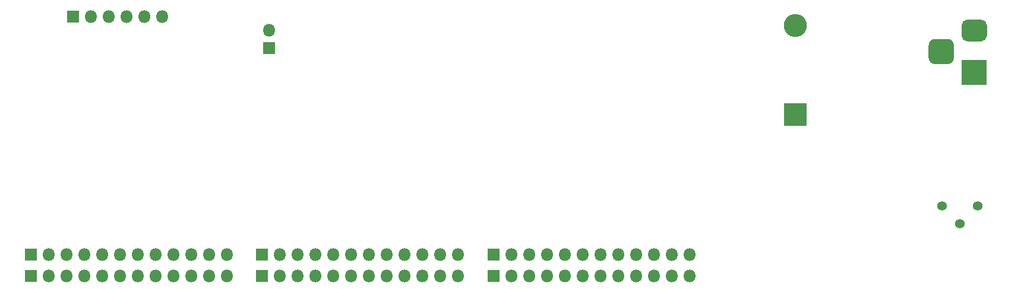
<source format=gbr>
%TF.GenerationSoftware,KiCad,Pcbnew,(5.1.5-131-g305ed0b65)-1*%
%TF.CreationDate,2020-05-02T00:07:12+08:00*%
%TF.ProjectId,NixieController,4e697869-6543-46f6-9e74-726f6c6c6572,rev?*%
%TF.SameCoordinates,Original*%
%TF.FileFunction,Soldermask,Bot*%
%TF.FilePolarity,Negative*%
%FSLAX46Y46*%
G04 Gerber Fmt 4.6, Leading zero omitted, Abs format (unit mm)*
G04 Created by KiCad (PCBNEW (5.1.5-131-g305ed0b65)-1) date 2020-05-02 00:07:12*
%MOMM*%
%LPD*%
G01*
G04 APERTURE LIST*
%ADD10O,1.800000X1.800000*%
%ADD11R,1.800000X1.800000*%
%ADD12R,3.600000X3.600000*%
%ADD13C,1.360000*%
%ADD14R,3.300000X3.300000*%
%ADD15O,3.300000X3.300000*%
G04 APERTURE END LIST*
D10*
%TO.C,J2*%
X96940000Y-111000000D03*
X94400000Y-111000000D03*
X91860000Y-111000000D03*
X89320000Y-111000000D03*
X86780000Y-111000000D03*
X84240000Y-111000000D03*
X81700000Y-111000000D03*
X79160000Y-111000000D03*
X76620000Y-111000000D03*
X74080000Y-111000000D03*
X71540000Y-111000000D03*
D11*
X69000000Y-111000000D03*
%TD*%
D12*
%TO.C,J7*%
X203500000Y-85000000D03*
G36*
G01*
X202475000Y-77450000D02*
X204525000Y-77450000D01*
G75*
G02*
X205300000Y-78225000I0J-775000D01*
G01*
X205300000Y-79775000D01*
G75*
G02*
X204525000Y-80550000I-775000J0D01*
G01*
X202475000Y-80550000D01*
G75*
G02*
X201700000Y-79775000I0J775000D01*
G01*
X201700000Y-78225000D01*
G75*
G02*
X202475000Y-77450000I775000J0D01*
G01*
G37*
G36*
G01*
X197900000Y-80200000D02*
X199700000Y-80200000D01*
G75*
G02*
X200600000Y-81100000I0J-900000D01*
G01*
X200600000Y-82900000D01*
G75*
G02*
X199700000Y-83800000I-900000J0D01*
G01*
X197900000Y-83800000D01*
G75*
G02*
X197000000Y-82900000I0J900000D01*
G01*
X197000000Y-81100000D01*
G75*
G02*
X197900000Y-80200000I900000J0D01*
G01*
G37*
%TD*%
D13*
%TO.C,RV1*%
X198920000Y-104000000D03*
X201460000Y-106540000D03*
X204000000Y-104000000D03*
%TD*%
D14*
%TO.C,D1*%
X178000000Y-91000000D03*
D15*
X178000000Y-78300000D03*
%TD*%
D11*
%TO.C,J1*%
X69000000Y-114000000D03*
D10*
X71540000Y-114000000D03*
X74080000Y-114000000D03*
X76620000Y-114000000D03*
X79160000Y-114000000D03*
X81700000Y-114000000D03*
X84240000Y-114000000D03*
X86780000Y-114000000D03*
X89320000Y-114000000D03*
X91860000Y-114000000D03*
X94400000Y-114000000D03*
X96940000Y-114000000D03*
%TD*%
%TO.C,J3*%
X129940000Y-114000000D03*
X127400000Y-114000000D03*
X124860000Y-114000000D03*
X122320000Y-114000000D03*
X119780000Y-114000000D03*
X117240000Y-114000000D03*
X114700000Y-114000000D03*
X112160000Y-114000000D03*
X109620000Y-114000000D03*
X107080000Y-114000000D03*
X104540000Y-114000000D03*
D11*
X102000000Y-114000000D03*
%TD*%
%TO.C,J4*%
X102000000Y-111000000D03*
D10*
X104540000Y-111000000D03*
X107080000Y-111000000D03*
X109620000Y-111000000D03*
X112160000Y-111000000D03*
X114700000Y-111000000D03*
X117240000Y-111000000D03*
X119780000Y-111000000D03*
X122320000Y-111000000D03*
X124860000Y-111000000D03*
X127400000Y-111000000D03*
X129940000Y-111000000D03*
%TD*%
D11*
%TO.C,J5*%
X135000000Y-114000000D03*
D10*
X137540000Y-114000000D03*
X140080000Y-114000000D03*
X142620000Y-114000000D03*
X145160000Y-114000000D03*
X147700000Y-114000000D03*
X150240000Y-114000000D03*
X152780000Y-114000000D03*
X155320000Y-114000000D03*
X157860000Y-114000000D03*
X160400000Y-114000000D03*
X162940000Y-114000000D03*
%TD*%
D11*
%TO.C,J6*%
X135000000Y-111000000D03*
D10*
X137540000Y-111000000D03*
X140080000Y-111000000D03*
X142620000Y-111000000D03*
X145160000Y-111000000D03*
X147700000Y-111000000D03*
X150240000Y-111000000D03*
X152780000Y-111000000D03*
X155320000Y-111000000D03*
X157860000Y-111000000D03*
X160400000Y-111000000D03*
X162940000Y-111000000D03*
%TD*%
%TO.C,J8*%
X103000000Y-79000000D03*
D11*
X103000000Y-81540000D03*
%TD*%
%TO.C,J9*%
X75000000Y-77000000D03*
D10*
X77540000Y-77000000D03*
X80080000Y-77000000D03*
X82620000Y-77000000D03*
X85160000Y-77000000D03*
X87700000Y-77000000D03*
%TD*%
M02*

</source>
